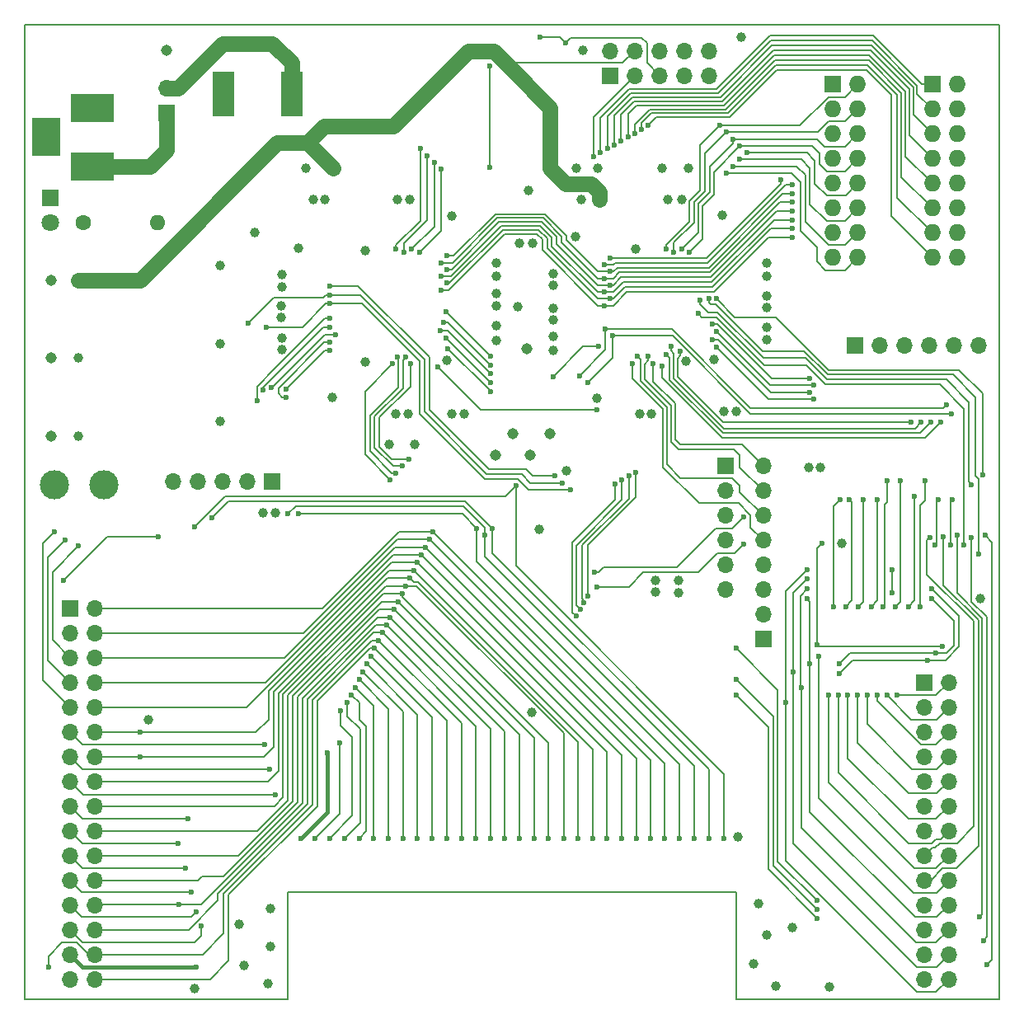
<source format=gbr>
G04 #@! TF.GenerationSoftware,KiCad,Pcbnew,5.1.6-c6e7f7d~86~ubuntu20.04.1*
G04 #@! TF.CreationDate,2020-05-17T16:05:01+03:00*
G04 #@! TF.ProjectId,GB-BENCH-G1,47422d42-454e-4434-982d-47312e6b6963,rev?*
G04 #@! TF.SameCoordinates,Original*
G04 #@! TF.FileFunction,Copper,L4,Bot*
G04 #@! TF.FilePolarity,Positive*
%FSLAX46Y46*%
G04 Gerber Fmt 4.6, Leading zero omitted, Abs format (unit mm)*
G04 Created by KiCad (PCBNEW 5.1.6-c6e7f7d~86~ubuntu20.04.1) date 2020-05-17 16:05:01*
%MOMM*%
%LPD*%
G01*
G04 APERTURE LIST*
G04 #@! TA.AperFunction,Profile*
%ADD10C,0.150000*%
G04 #@! TD*
G04 #@! TA.AperFunction,ComponentPad*
%ADD11C,3.000000*%
G04 #@! TD*
G04 #@! TA.AperFunction,ComponentPad*
%ADD12C,1.143000*%
G04 #@! TD*
G04 #@! TA.AperFunction,ComponentPad*
%ADD13R,1.727200X1.727200*%
G04 #@! TD*
G04 #@! TA.AperFunction,ComponentPad*
%ADD14O,1.727200X1.727200*%
G04 #@! TD*
G04 #@! TA.AperFunction,ComponentPad*
%ADD15R,1.800000X1.800000*%
G04 #@! TD*
G04 #@! TA.AperFunction,ComponentPad*
%ADD16C,1.800000*%
G04 #@! TD*
G04 #@! TA.AperFunction,ComponentPad*
%ADD17R,1.700000X1.700000*%
G04 #@! TD*
G04 #@! TA.AperFunction,ComponentPad*
%ADD18O,1.700000X1.700000*%
G04 #@! TD*
G04 #@! TA.AperFunction,ComponentPad*
%ADD19C,1.600000*%
G04 #@! TD*
G04 #@! TA.AperFunction,ComponentPad*
%ADD20O,1.600000X1.600000*%
G04 #@! TD*
G04 #@! TA.AperFunction,ComponentPad*
%ADD21R,2.300000X4.600000*%
G04 #@! TD*
G04 #@! TA.AperFunction,ComponentPad*
%ADD22R,3.000000X4.000000*%
G04 #@! TD*
G04 #@! TA.AperFunction,ComponentPad*
%ADD23R,4.500000X3.000000*%
G04 #@! TD*
G04 #@! TA.AperFunction,ViaPad*
%ADD24C,1.000000*%
G04 #@! TD*
G04 #@! TA.AperFunction,ViaPad*
%ADD25C,0.600000*%
G04 #@! TD*
G04 #@! TA.AperFunction,Conductor*
%ADD26C,1.600000*%
G04 #@! TD*
G04 #@! TA.AperFunction,Conductor*
%ADD27C,0.210000*%
G04 #@! TD*
G04 #@! TA.AperFunction,Conductor*
%ADD28C,0.400000*%
G04 #@! TD*
G04 APERTURE END LIST*
D10*
X77000000Y-139000000D02*
X77000000Y-150000000D01*
X123000000Y-139000000D02*
X77000000Y-139000000D01*
X123000000Y-150000000D02*
X123000000Y-139000000D01*
X123000000Y-150000000D02*
X150000000Y-150000000D01*
X50000000Y-150000000D02*
X77000000Y-150000000D01*
X150000000Y-50000000D02*
X150000000Y-150000000D01*
X50000000Y-50000000D02*
X50000000Y-150000000D01*
X50000000Y-50000000D02*
X150000000Y-50000000D01*
D11*
X58100000Y-97200000D03*
X53020000Y-97200000D03*
D12*
X101900000Y-94200000D03*
X52700000Y-92200000D03*
D13*
X132960000Y-56100000D03*
D14*
X135500000Y-56100000D03*
X132960000Y-58640000D03*
X135500000Y-58640000D03*
X132960000Y-61180000D03*
X135500000Y-61180000D03*
X132960000Y-63720000D03*
X135500000Y-63720000D03*
X132960000Y-66260000D03*
X135500000Y-66260000D03*
X132960000Y-68800000D03*
X135500000Y-68800000D03*
X132960000Y-71340000D03*
X135500000Y-71340000D03*
X132960000Y-73880000D03*
X135500000Y-73880000D03*
D15*
X52600000Y-67760000D03*
D16*
X52600000Y-70300000D03*
D13*
X143160000Y-56100000D03*
D14*
X145700000Y-56100000D03*
X143160000Y-58640000D03*
X145700000Y-58640000D03*
X143160000Y-61180000D03*
X145700000Y-61180000D03*
X143160000Y-63720000D03*
X145700000Y-63720000D03*
X143160000Y-66260000D03*
X145700000Y-66260000D03*
X143160000Y-68800000D03*
X145700000Y-68800000D03*
X143160000Y-71340000D03*
X145700000Y-71340000D03*
X143160000Y-73880000D03*
X145700000Y-73880000D03*
D17*
X142300000Y-117500000D03*
D18*
X144840000Y-117500000D03*
X142300000Y-120040000D03*
X144840000Y-120040000D03*
X142300000Y-122580000D03*
X144840000Y-122580000D03*
X142300000Y-125120000D03*
X144840000Y-125120000D03*
X142300000Y-127660000D03*
X144840000Y-127660000D03*
X142300000Y-130200000D03*
X144840000Y-130200000D03*
X142300000Y-132740000D03*
X144840000Y-132740000D03*
X142300000Y-135280000D03*
X144840000Y-135280000D03*
X142300000Y-137820000D03*
X144840000Y-137820000D03*
X142300000Y-140360000D03*
X144840000Y-140360000D03*
X142300000Y-142900000D03*
X144840000Y-142900000D03*
X142300000Y-145440000D03*
X144840000Y-145440000D03*
X142300000Y-147980000D03*
X144840000Y-147980000D03*
D17*
X125800000Y-113060000D03*
D18*
X125800000Y-110520000D03*
X125800000Y-107980000D03*
X125800000Y-105440000D03*
X125800000Y-102900000D03*
X125800000Y-100360000D03*
X125800000Y-97820000D03*
X125800000Y-95280000D03*
D17*
X135180000Y-82900000D03*
D18*
X137720000Y-82900000D03*
X140260000Y-82900000D03*
X142800000Y-82900000D03*
X145340000Y-82900000D03*
X147880000Y-82900000D03*
D17*
X54600000Y-109880000D03*
D18*
X57140000Y-109880000D03*
X54600000Y-112420000D03*
X57140000Y-112420000D03*
X54600000Y-114960000D03*
X57140000Y-114960000D03*
X54600000Y-117500000D03*
X57140000Y-117500000D03*
X54600000Y-120040000D03*
X57140000Y-120040000D03*
X54600000Y-122580000D03*
X57140000Y-122580000D03*
X54600000Y-125120000D03*
X57140000Y-125120000D03*
X54600000Y-127660000D03*
X57140000Y-127660000D03*
X54600000Y-130200000D03*
X57140000Y-130200000D03*
X54600000Y-132740000D03*
X57140000Y-132740000D03*
X54600000Y-135280000D03*
X57140000Y-135280000D03*
X54600000Y-137820000D03*
X57140000Y-137820000D03*
X54600000Y-140360000D03*
X57140000Y-140360000D03*
X54600000Y-142900000D03*
X57140000Y-142900000D03*
X54600000Y-145440000D03*
X57140000Y-145440000D03*
X54600000Y-147980000D03*
X57140000Y-147980000D03*
D17*
X121900000Y-95280000D03*
D18*
X121900000Y-97820000D03*
X121900000Y-100360000D03*
X121900000Y-102900000D03*
X121900000Y-105440000D03*
X121900000Y-107980000D03*
D17*
X75380000Y-96900000D03*
D18*
X72840000Y-96900000D03*
X70300000Y-96900000D03*
X67760000Y-96900000D03*
X65220000Y-96900000D03*
D17*
X64500000Y-59000000D03*
D18*
X64500000Y-56460000D03*
D19*
X56000000Y-70300000D03*
D20*
X63620000Y-70300000D03*
D12*
X64500000Y-52600000D03*
X52700000Y-76200000D03*
X52700000Y-84200000D03*
X103900000Y-92000000D03*
X100100000Y-92000000D03*
X98300000Y-94200000D03*
X101500000Y-83200000D03*
D17*
X110080000Y-55200000D03*
D18*
X110080000Y-52660000D03*
X112620000Y-55200000D03*
X112620000Y-52660000D03*
X115160000Y-55200000D03*
X115160000Y-52660000D03*
X117700000Y-55200000D03*
X117700000Y-52660000D03*
X120240000Y-55200000D03*
X120240000Y-52660000D03*
D21*
X70400000Y-57100000D03*
X77400000Y-57100000D03*
D22*
X52200000Y-61500000D03*
D23*
X56900000Y-58500000D03*
X56900000Y-64500000D03*
D24*
X73600000Y-71300000D03*
X101700000Y-67000000D03*
X88200000Y-67900000D03*
X123500000Y-51200000D03*
X87400000Y-93100000D03*
X102100029Y-72400000D03*
X104200000Y-76700000D03*
X114300017Y-89900000D03*
X126200000Y-75800000D03*
X126200000Y-81000000D03*
X115400000Y-64700000D03*
X88100000Y-89900000D03*
X116000000Y-67900000D03*
X76400000Y-76900000D03*
X76400000Y-82100000D03*
X104200000Y-82000000D03*
X98400000Y-75800000D03*
X98400000Y-80900000D03*
X55500000Y-84200000D03*
X107100000Y-67900000D03*
X106500000Y-71700000D03*
X130500000Y-95400000D03*
X148100000Y-108900000D03*
X120699992Y-84300000D03*
X117900000Y-84500000D03*
X117100000Y-108300000D03*
X114700000Y-108200000D03*
X72000000Y-142300000D03*
X74400000Y-100100000D03*
X62700000Y-121300000D03*
X74900000Y-148400000D03*
X75200000Y-140700000D03*
X75200000Y-144600000D03*
X125300000Y-140200000D03*
X126200000Y-143400000D03*
X128800000Y-142700000D03*
X124800000Y-146400000D03*
X127100000Y-148700000D03*
X72500000Y-146600000D03*
X123000000Y-89700000D03*
X108700000Y-88300000D03*
X81500000Y-88200000D03*
X102800000Y-101800000D03*
X102000000Y-120600000D03*
X106600000Y-64700000D03*
X126200000Y-79000003D03*
X90000000Y-93100000D03*
X100600000Y-78900000D03*
X98400000Y-78800000D03*
X104200000Y-79100000D03*
X100800004Y-72400000D03*
X104200000Y-75500000D03*
X84900000Y-84600000D03*
X78800000Y-64700000D03*
X79600000Y-67900000D03*
X76300000Y-78800000D03*
X107300000Y-52550000D03*
X121600000Y-69500000D03*
X84900000Y-73200000D03*
X93800000Y-69599994D03*
X113100014Y-89900000D03*
X126200000Y-74399984D03*
X126200000Y-82300000D03*
X118100000Y-64700000D03*
X89300003Y-89900000D03*
X117400003Y-67900000D03*
X93300000Y-84400000D03*
X78100000Y-72900000D03*
X76400000Y-75600000D03*
X76400000Y-83300000D03*
X104200000Y-83400000D03*
X98400000Y-74400000D03*
X98400000Y-82400000D03*
X89500000Y-67900000D03*
X112700000Y-73000000D03*
X70000000Y-74700000D03*
X70000000Y-82700000D03*
X70000000Y-90700000D03*
X95100000Y-89900000D03*
X109000000Y-67900000D03*
X121800000Y-89700000D03*
X108800000Y-64700000D03*
X99724002Y-54300000D03*
X126200000Y-77800000D03*
X93800000Y-89900000D03*
X98400000Y-77599997D03*
X104200000Y-80300000D03*
X80800003Y-67900000D03*
X81600000Y-64700000D03*
X76300000Y-80000003D03*
X55500000Y-76200000D03*
X132600000Y-148800000D03*
X133900000Y-103200000D03*
X131700003Y-95400000D03*
X123200000Y-133400000D03*
X117100000Y-107000000D03*
X114700000Y-107000000D03*
X105600000Y-95800000D03*
X67400000Y-148900000D03*
X75700000Y-100100000D03*
X55500000Y-92200000D03*
D25*
X143100000Y-108900000D03*
X139000000Y-108300000D03*
X139000000Y-105900000D03*
X131300000Y-140800000D03*
X123000000Y-117200000D03*
X143500000Y-114500000D03*
X133600000Y-115600000D03*
X131800000Y-103200000D03*
X131300000Y-139900000D03*
X144200000Y-113800000D03*
X131300000Y-113600000D03*
X123000000Y-114000000D03*
X143100000Y-107900000D03*
X131000000Y-87000000D03*
X131300000Y-141700000D03*
X123000000Y-118800000D03*
X142700004Y-115200000D03*
X133600000Y-116600000D03*
X121000000Y-81499994D03*
X77000000Y-100200000D03*
X54100000Y-102900000D03*
X118700000Y-133500000D03*
X97200000Y-102400000D03*
X53000000Y-102000008D03*
X78100000Y-100200000D03*
X117200000Y-133500000D03*
X96400000Y-101700000D03*
X55500000Y-103500006D03*
X69200000Y-100600000D03*
X120200000Y-133500000D03*
X98000000Y-101700000D03*
X97700010Y-64600000D03*
X97700000Y-54200000D03*
X102900000Y-51200000D03*
X105500000Y-51800000D03*
X102300000Y-133500000D03*
X88300000Y-109200000D03*
X67400000Y-101500000D03*
X121800000Y-133500000D03*
X100400000Y-97300000D03*
X92599992Y-81400000D03*
X97800000Y-85800000D03*
X115700000Y-133500000D03*
X91900000Y-102000000D03*
X114200000Y-133500000D03*
X91500000Y-102800000D03*
X112800000Y-133500000D03*
X91100000Y-103600000D03*
X111300000Y-133500000D03*
X90700000Y-104400000D03*
X89400000Y-94600000D03*
X109700000Y-133500000D03*
X90300000Y-105200000D03*
X89600000Y-84800000D03*
X61800000Y-122600000D03*
X88700000Y-95300000D03*
X108300000Y-133500000D03*
X89900000Y-106000000D03*
X89100000Y-84100000D03*
X61800000Y-125120000D03*
X88100000Y-96000000D03*
X106800000Y-133500000D03*
X89500000Y-106800000D03*
X88200010Y-84100000D03*
X87500000Y-96700000D03*
X105300000Y-133500000D03*
X89100000Y-107600000D03*
X87700000Y-84800000D03*
X103700000Y-133500000D03*
X88700000Y-108400000D03*
X100800000Y-133500000D03*
X87900000Y-110000000D03*
X99200000Y-133500000D03*
X87500000Y-110800000D03*
X65800000Y-140300000D03*
X97800000Y-133500000D03*
X87100000Y-111600000D03*
X96300000Y-133500000D03*
X86700000Y-112400000D03*
X52400002Y-146700000D03*
X53900000Y-107000000D03*
X63700000Y-102500000D03*
X94800000Y-133500000D03*
X86300000Y-113200000D03*
X85900000Y-114000000D03*
X93300000Y-133500000D03*
X74600000Y-123900000D03*
X91800000Y-133500000D03*
X85500000Y-114800000D03*
X75100000Y-126400000D03*
X90300000Y-133500000D03*
X85100000Y-115600000D03*
X75700000Y-129000000D03*
X88800000Y-133500000D03*
X84700000Y-116400000D03*
X66700000Y-131500000D03*
X87300000Y-133500000D03*
X84300000Y-117200000D03*
X76800000Y-87400000D03*
X81300000Y-83400000D03*
X65700000Y-134000000D03*
X85800000Y-133500000D03*
X83900000Y-118000000D03*
X76800000Y-88200000D03*
X81300000Y-82600000D03*
X66500000Y-136600000D03*
X84300000Y-133500000D03*
X83500000Y-118800000D03*
X75300000Y-87200000D03*
X81900000Y-81800000D03*
X67100000Y-139000000D03*
X82800000Y-133500000D03*
X83100000Y-119600000D03*
X74400000Y-87500000D03*
X81300000Y-81000000D03*
X67600000Y-141100000D03*
X82400000Y-120400000D03*
X81300000Y-133500000D03*
X73794999Y-88594999D03*
X81300000Y-80100000D03*
X68100000Y-142500002D03*
X82300000Y-123700000D03*
X79800000Y-133500000D03*
X93200012Y-79400000D03*
X97800000Y-84000000D03*
X67599994Y-146700000D03*
X81000000Y-124700000D03*
X78300000Y-133500000D03*
X143000000Y-90804999D03*
X115800002Y-83800000D03*
X144000000Y-90804999D03*
X115400000Y-85000000D03*
X148328795Y-96177781D03*
X148600000Y-102400000D03*
X148800000Y-146500000D03*
X121000000Y-78100000D03*
X147200000Y-97200000D03*
X147200000Y-102600010D03*
X148400000Y-144000000D03*
X119300000Y-78200000D03*
X148000000Y-141600000D03*
X145700000Y-102400000D03*
X144300000Y-102500000D03*
X142900000Y-102600000D03*
X147900000Y-104300000D03*
X120199998Y-78100000D03*
X146395000Y-103400000D03*
X119100000Y-79600000D03*
X145200000Y-98700000D03*
X145000000Y-103400000D03*
X143400000Y-103400000D03*
X143800000Y-98700000D03*
X139500000Y-118800000D03*
X142400000Y-96800000D03*
X141900000Y-109700000D03*
X130600000Y-86300000D03*
X120600000Y-80700000D03*
X138500000Y-118800000D03*
X141300000Y-98400000D03*
X140700000Y-109700000D03*
X130600000Y-87700000D03*
X137500000Y-118800000D03*
X120600000Y-82300000D03*
X139900010Y-96800000D03*
X139400000Y-109700000D03*
X136500000Y-118800000D03*
X138500000Y-96800000D03*
X138100000Y-109700000D03*
X135500000Y-118800000D03*
X136900000Y-109700000D03*
X137500000Y-98700000D03*
X134500000Y-118800000D03*
X136100000Y-98700000D03*
X135600000Y-109700000D03*
X133500000Y-118800000D03*
X109600000Y-81200000D03*
X144600000Y-89000000D03*
X106900000Y-86000000D03*
X110300000Y-81900000D03*
X145100000Y-89900000D03*
X107800000Y-86700000D03*
X123800000Y-100500000D03*
X108500000Y-106200000D03*
X114500000Y-84800000D03*
X123800000Y-103300000D03*
X108700000Y-107700000D03*
X113999978Y-84000000D03*
X112900004Y-84000000D03*
X112400000Y-84800000D03*
X107800000Y-108600000D03*
X112700000Y-95900000D03*
X107400000Y-109300000D03*
X112000000Y-96300000D03*
X107000000Y-110000000D03*
X111300000Y-96700000D03*
X106600000Y-110700000D03*
X110600000Y-97100000D03*
X133000000Y-109700000D03*
X133700000Y-98700000D03*
X131500000Y-114800000D03*
X130305000Y-108900000D03*
X131000000Y-88400000D03*
X121000000Y-83100000D03*
X130600000Y-115600000D03*
X130300000Y-106900000D03*
X128900000Y-116400000D03*
X130300000Y-107900000D03*
X129700000Y-118000000D03*
X130300000Y-105900000D03*
X128100000Y-119600000D03*
X134600000Y-98700000D03*
X134300000Y-109700000D03*
X132500000Y-118800000D03*
X142000000Y-90804999D03*
X116300000Y-83000000D03*
X141000000Y-90804999D03*
X117272200Y-83527800D03*
X104200000Y-86100000D03*
X108895000Y-83000000D03*
X74800000Y-81000000D03*
X106000000Y-97700000D03*
X81300000Y-78600000D03*
X72900000Y-80600000D03*
X105200000Y-97000000D03*
X81300000Y-77700000D03*
X81300000Y-76800000D03*
X104400000Y-96300000D03*
X93000000Y-80500000D03*
X97800000Y-84900000D03*
X93200000Y-82100000D03*
X97800000Y-86700000D03*
X97800000Y-87600000D03*
X93400000Y-83200006D03*
X121300000Y-60300000D03*
X115800000Y-73000000D03*
X128800000Y-70000000D03*
X109500000Y-77400000D03*
X92700000Y-75800000D03*
X122000000Y-61000000D03*
X116600000Y-73300000D03*
X128800000Y-69100000D03*
X110100000Y-76700000D03*
X93300000Y-75100000D03*
X122700000Y-61700000D03*
X117400000Y-72999984D03*
X128800000Y-68200000D03*
X109500000Y-76000000D03*
X92699982Y-74400000D03*
X123400000Y-62400000D03*
X118200000Y-73300000D03*
X128800000Y-67300000D03*
X110099992Y-75300000D03*
X93300000Y-73700014D03*
X124100000Y-63100000D03*
X109500000Y-74600006D03*
X128800000Y-66400000D03*
X123400000Y-63800000D03*
X128800000Y-70900000D03*
X110100000Y-78100000D03*
X93300000Y-76499996D03*
X122700000Y-64500000D03*
X128800000Y-71800000D03*
X109500000Y-78800006D03*
X92700000Y-77200012D03*
X122000000Y-65200000D03*
X109100000Y-63100000D03*
X109800000Y-62700000D03*
X110500000Y-62300000D03*
X111200000Y-61900000D03*
X111900000Y-61500000D03*
X92700000Y-64800000D03*
X90500000Y-73300000D03*
X112600000Y-61100000D03*
X92000000Y-64100000D03*
X89700000Y-73000000D03*
X113300000Y-60700000D03*
X91299992Y-63400000D03*
X88900000Y-73300000D03*
X114000000Y-60300000D03*
X90600000Y-62700000D03*
X88100000Y-73000000D03*
X108400000Y-63500000D03*
X108700000Y-89500000D03*
X92400000Y-85100000D03*
X110100000Y-73900000D03*
X127600000Y-65900000D03*
D26*
X105500000Y-66300000D02*
X108107106Y-66300000D01*
X108107106Y-66300000D02*
X109000000Y-67192894D01*
X109000000Y-67192894D02*
X109000000Y-67900000D01*
X99724002Y-54300000D02*
X103900000Y-58475998D01*
X103900000Y-58475998D02*
X103900000Y-64700000D01*
X103900000Y-64700000D02*
X105500000Y-66300000D01*
X87794990Y-60405010D02*
X95500000Y-52700000D01*
X79000000Y-62100000D02*
X80694990Y-60405010D01*
X80694990Y-60405010D02*
X87794990Y-60405010D01*
X55500000Y-76200000D02*
X61800000Y-76200000D01*
X61800000Y-76200000D02*
X75900000Y-62100000D01*
X75900000Y-62100000D02*
X79000000Y-62100000D01*
X79000000Y-62100000D02*
X81600000Y-64700000D01*
X95500000Y-52700000D02*
X98124002Y-52700000D01*
X98124002Y-52700000D02*
X99724002Y-54300000D01*
D27*
X112620000Y-52660000D02*
X111380000Y-53900000D01*
X111380000Y-53900000D02*
X100100000Y-53900000D01*
X100100000Y-53900000D02*
X99700000Y-54300000D01*
X99700000Y-54300000D02*
X99724002Y-54300000D01*
X143100000Y-108900000D02*
X145400000Y-111200000D01*
X145400000Y-111200000D02*
X145400000Y-113700000D01*
X145400000Y-113700000D02*
X144600000Y-114500000D01*
X144600000Y-114500000D02*
X143500000Y-114500000D01*
X139000000Y-105900000D02*
X139000000Y-108300000D01*
X123000000Y-117200000D02*
X126800000Y-121000000D01*
X126800000Y-121000000D02*
X126800000Y-136300000D01*
X126800000Y-136300000D02*
X131300000Y-140800000D01*
X133600000Y-115600000D02*
X134700000Y-114500000D01*
X134700000Y-114500000D02*
X143500000Y-114500000D01*
X131300000Y-113600000D02*
X131300000Y-103700000D01*
X131300000Y-103700000D02*
X131800000Y-103200000D01*
X123000000Y-114000000D02*
X127300000Y-118300000D01*
X127300000Y-118300000D02*
X127300000Y-135900000D01*
X127300000Y-135900000D02*
X131300000Y-139900000D01*
X131300000Y-113600000D02*
X131500000Y-113800000D01*
X131500000Y-113800000D02*
X144200000Y-113800000D01*
X145900000Y-110700000D02*
X143100000Y-107900000D01*
X145900000Y-113800000D02*
X145900000Y-110700000D01*
X144500000Y-115200000D02*
X145900000Y-113800000D01*
X142700004Y-115200000D02*
X144500000Y-115200000D01*
X126500006Y-87000000D02*
X131000000Y-87000000D01*
X121000000Y-81499994D02*
X126500006Y-87000000D01*
X123000000Y-118800000D02*
X126300000Y-122100000D01*
X126300000Y-122100000D02*
X126300000Y-136700000D01*
X126300000Y-136700000D02*
X131300000Y-141700000D01*
X135000000Y-115200000D02*
X142700004Y-115200000D01*
X133600000Y-116600000D02*
X135000000Y-115200000D01*
X77800000Y-99400000D02*
X77000000Y-100200000D01*
X52300000Y-115200000D02*
X52300000Y-104700000D01*
X54100000Y-102900000D02*
X52300000Y-104700000D01*
X97200000Y-102400000D02*
X97200000Y-101604598D01*
X97200000Y-101604598D02*
X94995402Y-99400000D01*
X94995402Y-99400000D02*
X77800000Y-99400000D01*
X54600000Y-117500000D02*
X52300000Y-115200000D01*
X97200000Y-102400000D02*
X97200000Y-104600000D01*
X97200000Y-104600000D02*
X118700000Y-126100000D01*
X118700000Y-126100000D02*
X118700000Y-133500000D01*
X51800000Y-103200008D02*
X53000000Y-102000008D01*
X51800000Y-117240000D02*
X51800000Y-103200008D01*
X94900000Y-100200000D02*
X78100000Y-100200000D01*
X96400000Y-101700000D02*
X94900000Y-100200000D01*
X54600000Y-120040000D02*
X51800000Y-117240000D01*
X96400000Y-101700000D02*
X96400000Y-105100000D01*
X117200000Y-125900000D02*
X117200000Y-133500000D01*
X96400000Y-105100000D02*
X117200000Y-125900000D01*
X52800000Y-106200006D02*
X52800000Y-113160000D01*
X55500000Y-103500006D02*
X52800000Y-106200006D01*
X52800000Y-113160000D02*
X54600000Y-114960000D01*
X98000000Y-101700000D02*
X95200000Y-98900000D01*
X95200000Y-98900000D02*
X70900000Y-98900000D01*
X70900000Y-98900000D02*
X69200000Y-100600000D01*
X98000000Y-101700000D02*
X98000000Y-104200000D01*
X98000000Y-104200000D02*
X120200000Y-126400000D01*
X120200000Y-126400000D02*
X120200000Y-133500000D01*
X97700000Y-64599990D02*
X97700010Y-64600000D01*
X97700000Y-54200000D02*
X97700000Y-64599990D01*
X102900000Y-51200000D02*
X104900000Y-51200000D01*
X104900000Y-51200000D02*
X105500000Y-51800000D01*
X115160000Y-55200000D02*
X113860000Y-53900000D01*
X113860000Y-53900000D02*
X113860000Y-51860000D01*
X113300000Y-51300000D02*
X106000000Y-51300000D01*
X113860000Y-51860000D02*
X113300000Y-51300000D01*
X106000000Y-51300000D02*
X105500000Y-51800000D01*
X57140000Y-132740000D02*
X73860000Y-132740000D01*
X73860000Y-132740000D02*
X77000000Y-129600000D01*
X77000000Y-129600000D02*
X77000000Y-118800000D01*
X77000000Y-118800000D02*
X86600000Y-109200000D01*
X86600000Y-109200000D02*
X88300000Y-109200000D01*
X88300000Y-109200000D02*
X102300000Y-123200000D01*
X102300000Y-123200000D02*
X102300000Y-133500000D01*
X70500000Y-98400000D02*
X67400000Y-101500000D01*
X99300000Y-98400000D02*
X70500000Y-98400000D01*
X100400000Y-97300000D02*
X99300000Y-98400000D01*
X100400000Y-97300000D02*
X100400000Y-105500000D01*
X100400000Y-105500000D02*
X121800000Y-126900000D01*
X121800000Y-126900000D02*
X121800000Y-133500000D01*
X97800000Y-85800000D02*
X93400000Y-81400000D01*
X93400000Y-81400000D02*
X92599992Y-81400000D01*
X91900000Y-102000000D02*
X88400000Y-102000000D01*
X88400000Y-102000000D02*
X80520000Y-109880000D01*
X80520000Y-109880000D02*
X57140000Y-109880000D01*
X91900000Y-102000000D02*
X115700000Y-125800000D01*
X115700000Y-125800000D02*
X115700000Y-133500000D01*
X91500000Y-102800000D02*
X88200000Y-102800000D01*
X88200000Y-102800000D02*
X78580000Y-112420000D01*
X78580000Y-112420000D02*
X57140000Y-112420000D01*
X91500000Y-102800000D02*
X114200000Y-125500000D01*
X114200000Y-125500000D02*
X114200000Y-133500000D01*
X91100000Y-103600000D02*
X88000000Y-103600000D01*
X88000000Y-103600000D02*
X76640000Y-114960000D01*
X76640000Y-114960000D02*
X57140000Y-114960000D01*
X91100000Y-103600000D02*
X112800000Y-125300000D01*
X112800000Y-125300000D02*
X112800000Y-133500000D01*
X90700000Y-104400000D02*
X87800000Y-104400000D01*
X87800000Y-104400000D02*
X74700000Y-117500000D01*
X74700000Y-117500000D02*
X57140000Y-117500000D01*
X90700000Y-104400000D02*
X111300000Y-125000000D01*
X111300000Y-125000000D02*
X111300000Y-133500000D01*
X90300000Y-105200000D02*
X87600000Y-105200000D01*
X72760000Y-120040000D02*
X57140000Y-120040000D01*
X87600000Y-105200000D02*
X72760000Y-120040000D01*
X90300000Y-105200000D02*
X109700000Y-124600000D01*
X109700000Y-124600000D02*
X109700000Y-133500000D01*
X87675736Y-94600000D02*
X89400000Y-94600000D01*
X86400000Y-93324264D02*
X87675736Y-94600000D01*
X89600000Y-87100000D02*
X86400000Y-90300000D01*
X86400000Y-90300000D02*
X86400000Y-93324264D01*
X89600000Y-84800000D02*
X89600000Y-87100000D01*
X73700000Y-122600000D02*
X61800000Y-122600000D01*
X61800000Y-122600000D02*
X57160000Y-122600000D01*
X89900000Y-106000000D02*
X87400000Y-106000000D01*
X87400000Y-106000000D02*
X75000000Y-118400000D01*
X75000000Y-118400000D02*
X75000000Y-121300000D01*
X75000000Y-121300000D02*
X73700000Y-122600000D01*
X57160000Y-122600000D02*
X57140000Y-122580000D01*
X89900000Y-106000000D02*
X108300000Y-124400000D01*
X108300000Y-124400000D02*
X108300000Y-133500000D01*
X85900000Y-93424264D02*
X87775736Y-95300000D01*
X87775736Y-95300000D02*
X88700000Y-95300000D01*
X85900000Y-90200000D02*
X85900000Y-93424264D01*
X88800001Y-87299999D02*
X85900000Y-90200000D01*
X88800001Y-84399999D02*
X88800001Y-87299999D01*
X89100000Y-84100000D02*
X88800001Y-84399999D01*
X74480000Y-125120000D02*
X61800000Y-125120000D01*
X61800000Y-125120000D02*
X57140000Y-125120000D01*
X89500000Y-106800000D02*
X87200000Y-106800000D01*
X87200000Y-106800000D02*
X75500000Y-118500000D01*
X75500000Y-118500000D02*
X75500000Y-124100000D01*
X75500000Y-124100000D02*
X74480000Y-125120000D01*
X89500000Y-106800000D02*
X89889990Y-107189990D01*
X89889990Y-107189990D02*
X90361233Y-107189990D01*
X106800000Y-123628757D02*
X106800000Y-133500000D01*
X90361233Y-107189990D02*
X106800000Y-123628757D01*
X85400000Y-93724264D02*
X87675736Y-96000000D01*
X87675736Y-96000000D02*
X88100000Y-96000000D01*
X88305001Y-84204991D02*
X88305001Y-87194999D01*
X88200010Y-84100000D02*
X88305001Y-84204991D01*
X85400000Y-90100000D02*
X85400000Y-93724264D01*
X88305001Y-87194999D02*
X85400000Y-90100000D01*
X89100000Y-107600000D02*
X87020159Y-107600000D01*
X87020159Y-107600000D02*
X76000000Y-118620159D01*
X76000000Y-118620159D02*
X76000000Y-126600000D01*
X76000000Y-126600000D02*
X74940000Y-127660000D01*
X74940000Y-127660000D02*
X57140000Y-127660000D01*
X89100000Y-107600000D02*
X90191402Y-107600000D01*
X90191402Y-107600000D02*
X105300000Y-122708598D01*
X105300000Y-122708598D02*
X105300000Y-133500000D01*
X84900000Y-94100000D02*
X87500000Y-96700000D01*
X84900000Y-87600000D02*
X84900000Y-94100000D01*
X87700000Y-84800000D02*
X84900000Y-87600000D01*
X88700000Y-108400000D02*
X86800000Y-108400000D01*
X86800000Y-108400000D02*
X76500000Y-118700000D01*
X75600000Y-130200000D02*
X57140000Y-130200000D01*
X76500000Y-118700000D02*
X76500000Y-129300000D01*
X76500000Y-129300000D02*
X75600000Y-130200000D01*
X88700000Y-108700000D02*
X103700000Y-123700000D01*
X103700000Y-123700000D02*
X103700000Y-133500000D01*
X88700000Y-108400000D02*
X88700000Y-108700000D01*
X87900000Y-110000000D02*
X86400000Y-110000000D01*
X86400000Y-110000000D02*
X77500000Y-118900000D01*
X71920000Y-135280000D02*
X57140000Y-135280000D01*
X77500000Y-118900000D02*
X77500000Y-129700000D01*
X77500000Y-129700000D02*
X71920000Y-135280000D01*
X87900000Y-110000000D02*
X100800000Y-122900000D01*
X100800000Y-122900000D02*
X100800000Y-133500000D01*
X57140000Y-134960000D02*
X57140000Y-135280000D01*
X87500000Y-110800000D02*
X86200000Y-110800000D01*
X70400000Y-137400000D02*
X68200000Y-137400000D01*
X86200000Y-110800000D02*
X78000000Y-119000000D01*
X78000000Y-119000000D02*
X78000000Y-129800000D01*
X67780000Y-137820000D02*
X57140000Y-137820000D01*
X78000000Y-129800000D02*
X70400000Y-137400000D01*
X68200000Y-137400000D02*
X67780000Y-137820000D01*
X87500000Y-110800000D02*
X99200000Y-122500000D01*
X99200000Y-122500000D02*
X99200000Y-133500000D01*
X57140000Y-140360000D02*
X57200000Y-140300000D01*
X57200000Y-140300000D02*
X65800000Y-140300000D01*
X78500000Y-129900000D02*
X68100000Y-140300000D01*
X68100000Y-140300000D02*
X65800000Y-140300000D01*
X78500000Y-119100000D02*
X78500000Y-129900000D01*
X86000000Y-111600000D02*
X78500000Y-119100000D01*
X87100000Y-111600000D02*
X86000000Y-111600000D01*
X87100000Y-111600000D02*
X97800000Y-122300000D01*
X97800000Y-122300000D02*
X97800000Y-133500000D01*
X86700000Y-112400000D02*
X85800000Y-112400000D01*
X85800000Y-112400000D02*
X79000000Y-119200000D01*
X79000000Y-130000000D02*
X69800000Y-139200000D01*
X79000000Y-119200000D02*
X79000000Y-130000000D01*
X69800000Y-139200000D02*
X69800000Y-139900000D01*
X69800000Y-139900000D02*
X66800000Y-142900000D01*
X66800000Y-142900000D02*
X57140000Y-142900000D01*
X86700000Y-112400000D02*
X96300000Y-122000000D01*
X96300000Y-122000000D02*
X96300000Y-133500000D01*
X57140000Y-145440000D02*
X56560160Y-145440000D01*
X56560160Y-145440000D02*
X55320160Y-144200000D01*
X55320160Y-144200000D02*
X53800000Y-144200000D01*
X53800000Y-144200000D02*
X52400002Y-145599998D01*
X52400002Y-145599998D02*
X52400002Y-146700000D01*
X58400000Y-102500000D02*
X53900000Y-107000000D01*
X63700000Y-102500000D02*
X58400000Y-102500000D01*
X86300000Y-113200000D02*
X85600000Y-113200000D01*
X85600000Y-113200000D02*
X79500000Y-119300000D01*
X79500000Y-119300000D02*
X79500000Y-130100000D01*
X79500000Y-130100000D02*
X70400000Y-139200000D01*
X68260000Y-145440000D02*
X57140000Y-145440000D01*
X70400000Y-139200000D02*
X70400000Y-143300000D01*
X70400000Y-143300000D02*
X68260000Y-145440000D01*
X94800000Y-121700000D02*
X94800000Y-133500000D01*
X86300000Y-113200000D02*
X94800000Y-121700000D01*
X85900000Y-114000000D02*
X85400000Y-114000000D01*
X85400000Y-114000000D02*
X80000000Y-119400000D01*
X80000000Y-119400000D02*
X80000000Y-130200000D01*
X69020000Y-147980000D02*
X57140000Y-147980000D01*
X80000000Y-130200000D02*
X70900000Y-139300000D01*
X70900000Y-139300000D02*
X70900000Y-146100000D01*
X70900000Y-146100000D02*
X69020000Y-147980000D01*
X85900000Y-114000000D02*
X93300000Y-121400000D01*
X93300000Y-121400000D02*
X93300000Y-133500000D01*
X74600000Y-123900000D02*
X55920000Y-123900000D01*
X55920000Y-123900000D02*
X54600000Y-122580000D01*
X91800000Y-121100000D02*
X91800000Y-133500000D01*
X85500000Y-114800000D02*
X91800000Y-121100000D01*
X55880000Y-126400000D02*
X75100000Y-126400000D01*
X54600000Y-125120000D02*
X55880000Y-126400000D01*
X85100000Y-115600000D02*
X90300000Y-120800000D01*
X90300000Y-120800000D02*
X90300000Y-133500000D01*
X55940000Y-129000000D02*
X75700000Y-129000000D01*
X54600000Y-127660000D02*
X55940000Y-129000000D01*
X88800000Y-120500000D02*
X88800000Y-133500000D01*
X84700000Y-116400000D02*
X88800000Y-120500000D01*
X66700000Y-131500000D02*
X55900000Y-131500000D01*
X55900000Y-131500000D02*
X54600000Y-130200000D01*
X87300000Y-120200000D02*
X87300000Y-133500000D01*
X84300000Y-117200000D02*
X87300000Y-120200000D01*
X80800000Y-83400000D02*
X76800000Y-87400000D01*
X81300000Y-83400000D02*
X80800000Y-83400000D01*
X55860000Y-134000000D02*
X65700000Y-134000000D01*
X54600000Y-132740000D02*
X55860000Y-134000000D01*
X85800000Y-119900000D02*
X85800000Y-133500000D01*
X83900000Y-118000000D02*
X85800000Y-119900000D01*
X81300000Y-82600000D02*
X80700000Y-82600000D01*
X80700000Y-82600000D02*
X76000000Y-87300000D01*
X76000000Y-87300000D02*
X76000000Y-87824264D01*
X76000000Y-87824264D02*
X76375736Y-88200000D01*
X76375736Y-88200000D02*
X76800000Y-88200000D01*
X83500000Y-118800000D02*
X84300000Y-119600000D01*
X84300000Y-121300000D02*
X85000000Y-122000000D01*
X84300000Y-119600000D02*
X84300000Y-121300000D01*
X85000000Y-122000000D02*
X85000000Y-132800000D01*
X85000000Y-132800000D02*
X84300000Y-133500000D01*
X66500000Y-136600000D02*
X55920000Y-136600000D01*
X55920000Y-136600000D02*
X54600000Y-135280000D01*
X81900000Y-81800000D02*
X80800000Y-81800000D01*
X80800000Y-81800000D02*
X75400000Y-87200000D01*
X75400000Y-87200000D02*
X75300000Y-87200000D01*
X55780000Y-139000000D02*
X67100000Y-139000000D01*
X54600000Y-137820000D02*
X55780000Y-139000000D01*
X83100000Y-119600000D02*
X83099999Y-121000007D01*
X83099999Y-121000007D02*
X84400000Y-122300008D01*
X84400000Y-122300008D02*
X84400000Y-131900000D01*
X84400000Y-131900000D02*
X82800000Y-133500000D01*
X80575736Y-81000000D02*
X80575736Y-81028862D01*
X80575736Y-81028862D02*
X74400000Y-87204598D01*
X74400000Y-87204598D02*
X74400000Y-87500000D01*
X81300000Y-81000000D02*
X80575736Y-81000000D01*
X67100001Y-141599999D02*
X67600000Y-141100000D01*
X55839999Y-141599999D02*
X67100001Y-141599999D01*
X54600000Y-140360000D02*
X55839999Y-141599999D01*
X82400000Y-120400000D02*
X82400000Y-121900000D01*
X82400000Y-121900000D02*
X83600000Y-123100000D01*
X83600000Y-123100000D02*
X83600000Y-131200000D01*
X83600000Y-131200000D02*
X81300000Y-133500000D01*
X81300000Y-80100000D02*
X80791402Y-80100000D01*
X80791402Y-80100000D02*
X75626326Y-85265076D01*
X75626326Y-85265076D02*
X75626326Y-85273674D01*
X75626326Y-85273674D02*
X73794999Y-87105001D01*
X73794999Y-87105001D02*
X73794999Y-88594999D01*
X54600000Y-142900000D02*
X55900000Y-144200000D01*
X55900000Y-144200000D02*
X67400000Y-144200000D01*
X67400000Y-144200000D02*
X68100000Y-143500000D01*
X68100000Y-143500000D02*
X68100000Y-142500002D01*
X79800000Y-133500000D02*
X82300000Y-131000000D01*
X82300000Y-131000000D02*
X82300000Y-123700000D01*
X93200012Y-79400012D02*
X93200012Y-79400000D01*
X97800000Y-84000000D02*
X93200012Y-79400012D01*
D28*
X55860000Y-146700000D02*
X67599994Y-146700000D01*
X54600000Y-145440000D02*
X55860000Y-146700000D01*
X81000000Y-130800000D02*
X81000000Y-124700000D01*
X78300000Y-133500000D02*
X81000000Y-130800000D01*
D27*
X115800002Y-83800000D02*
X116179980Y-84179978D01*
X116179980Y-84179978D02*
X116179980Y-86431063D01*
X116179980Y-86431063D02*
X121648917Y-91900000D01*
X121648917Y-91900000D02*
X141904999Y-91900000D01*
X141904999Y-91900000D02*
X143000000Y-90804999D01*
X115400000Y-85000000D02*
X115400000Y-86230924D01*
X115400000Y-86230924D02*
X121569076Y-92400000D01*
X142404999Y-92400000D02*
X144000000Y-90804999D01*
X121569076Y-92400000D02*
X142404999Y-92400000D01*
X145900000Y-85400000D02*
X148328795Y-87828795D01*
X148328795Y-87828795D02*
X148328795Y-96177781D01*
X127100000Y-80000000D02*
X132500000Y-85400000D01*
X132500000Y-85400000D02*
X145900000Y-85400000D01*
X121000000Y-78100000D02*
X122900000Y-80000000D01*
X122900000Y-80000000D02*
X127100000Y-80000000D01*
X149300000Y-103100000D02*
X148600000Y-102400000D01*
X149300000Y-146000000D02*
X149300000Y-103100000D01*
X148800000Y-146500000D02*
X149300000Y-146000000D01*
X146900001Y-96900001D02*
X147200000Y-97200000D01*
X146900001Y-88700001D02*
X146900001Y-96900001D01*
X144600000Y-86400000D02*
X146900001Y-88700001D01*
X132300000Y-86400000D02*
X144600000Y-86400000D01*
X130100000Y-84200000D02*
X132300000Y-86400000D01*
X120175736Y-79500000D02*
X121100000Y-79500000D01*
X119300000Y-78200000D02*
X119300000Y-78624264D01*
X125800000Y-84200000D02*
X130100000Y-84200000D01*
X119300000Y-78624264D02*
X120175736Y-79500000D01*
X121100000Y-79500000D02*
X125800000Y-84200000D01*
X147200000Y-109191402D02*
X147200000Y-102600010D01*
X148800000Y-110791402D02*
X147200000Y-109191402D01*
X148800000Y-143600000D02*
X148800000Y-110791402D01*
X148400000Y-144000000D02*
X148800000Y-143600000D01*
X148000000Y-141600000D02*
X148300000Y-141300000D01*
X148300000Y-141300000D02*
X148300000Y-110900000D01*
X148300000Y-110900000D02*
X145700000Y-108300000D01*
X145700000Y-108300000D02*
X145700000Y-102400000D01*
X144300000Y-107500000D02*
X144300000Y-102500000D01*
X147889990Y-111089990D02*
X144300000Y-107500000D01*
X147889990Y-134310010D02*
X147889990Y-111089990D01*
X145600000Y-136600000D02*
X147889990Y-134310010D01*
X144200000Y-136600000D02*
X145600000Y-136600000D01*
X142980000Y-137820000D02*
X144200000Y-136600000D01*
X142300000Y-137820000D02*
X142980000Y-137820000D01*
X142300000Y-135280000D02*
X143149999Y-134430001D01*
X143149999Y-134430001D02*
X143469999Y-134430001D01*
X143469999Y-134430001D02*
X143900000Y-134000000D01*
X147400000Y-111200000D02*
X142600000Y-106400000D01*
X143900000Y-134000000D02*
X145700000Y-134000000D01*
X145700000Y-134000000D02*
X147400000Y-132300000D01*
X147400000Y-132300000D02*
X147400000Y-111200000D01*
X142600000Y-106400000D02*
X142600000Y-102900000D01*
X142600000Y-102900000D02*
X142900000Y-102600000D01*
X120199998Y-78100000D02*
X120199998Y-78524264D01*
X132420159Y-85900000D02*
X145300000Y-85900000D01*
X120199998Y-78524264D02*
X120380735Y-78705001D01*
X120380735Y-78705001D02*
X120905001Y-78705001D01*
X132300000Y-85800000D02*
X132320159Y-85800000D01*
X120905001Y-78705001D02*
X125700000Y-83500000D01*
X125700000Y-83500000D02*
X130000000Y-83500000D01*
X130000000Y-83500000D02*
X132300000Y-85800000D01*
X132320159Y-85800000D02*
X132420159Y-85900000D01*
X145300000Y-85900000D02*
X147600000Y-88200000D01*
X147600000Y-88200000D02*
X147600000Y-96304598D01*
X147600000Y-96304598D02*
X147900000Y-96604598D01*
X147900000Y-96604598D02*
X147900000Y-104300000D01*
X119100000Y-79600000D02*
X119500000Y-80000000D01*
X143900000Y-86900000D02*
X146395000Y-89395000D01*
X119500000Y-80000000D02*
X121000000Y-80000000D01*
X121000000Y-80000000D02*
X125900000Y-84900000D01*
X125900000Y-84900000D02*
X130200000Y-84900000D01*
X130200000Y-84900000D02*
X132200000Y-86900000D01*
X132200000Y-86900000D02*
X143900000Y-86900000D01*
X146395000Y-89395000D02*
X146395000Y-103400000D01*
X145000000Y-103400000D02*
X145000000Y-98900000D01*
X145000000Y-98900000D02*
X145200000Y-98700000D01*
X143800000Y-98700000D02*
X143600000Y-98900000D01*
X143600000Y-98900000D02*
X143600000Y-103200000D01*
X143600000Y-103200000D02*
X143400000Y-103400000D01*
X143540000Y-118800000D02*
X139500000Y-118800000D01*
X144840000Y-117500000D02*
X143540000Y-118800000D01*
X141900000Y-109700000D02*
X141900000Y-99290000D01*
X142400000Y-98790000D02*
X142400000Y-96800000D01*
X141900000Y-99290000D02*
X142400000Y-98790000D01*
X126700000Y-86300000D02*
X130600000Y-86300000D01*
X120600000Y-80700000D02*
X121100000Y-80700000D01*
X121100000Y-80700000D02*
X126700000Y-86300000D01*
X141000000Y-121300000D02*
X138500000Y-118800000D01*
X144840000Y-120040000D02*
X143580000Y-121300000D01*
X143580000Y-121300000D02*
X141000000Y-121300000D01*
X141300000Y-109100000D02*
X141300000Y-98400000D01*
X140700000Y-109700000D02*
X141300000Y-109100000D01*
X126600000Y-87700000D02*
X130600000Y-87700000D01*
X120600000Y-82300000D02*
X121200000Y-82300000D01*
X121200000Y-82300000D02*
X126600000Y-87700000D01*
X137500000Y-119424264D02*
X137500000Y-118800000D01*
X141975736Y-123900000D02*
X137500000Y-119424264D01*
X144840000Y-122580000D02*
X143520000Y-123900000D01*
X143520000Y-123900000D02*
X141975736Y-123900000D01*
X139900010Y-109199990D02*
X139900010Y-96800000D01*
X139400000Y-109700000D02*
X139900010Y-109199990D01*
X136500000Y-121800000D02*
X136500000Y-118800000D01*
X143560000Y-126400000D02*
X141100000Y-126400000D01*
X144840000Y-125120000D02*
X143560000Y-126400000D01*
X141100000Y-126400000D02*
X136500000Y-121800000D01*
X138500000Y-96800000D02*
X138500000Y-99005000D01*
X138500000Y-99005000D02*
X138300000Y-99205000D01*
X138300000Y-99205000D02*
X138300000Y-109500000D01*
X138300000Y-109500000D02*
X138100000Y-109700000D01*
X135500000Y-123700000D02*
X135500000Y-118800000D01*
X144840000Y-127660000D02*
X143600000Y-128900000D01*
X143600000Y-128900000D02*
X140700000Y-128900000D01*
X140700000Y-128900000D02*
X135500000Y-123700000D01*
X137500000Y-98700000D02*
X137500000Y-109100000D01*
X137500000Y-109100000D02*
X136900000Y-109700000D01*
X134500000Y-125300000D02*
X134500000Y-118800000D01*
X140700000Y-131500000D02*
X134500000Y-125300000D01*
X144840000Y-130200000D02*
X143540000Y-131500000D01*
X143540000Y-131500000D02*
X140700000Y-131500000D01*
X135600000Y-109700000D02*
X136100000Y-109200000D01*
X136100000Y-109200000D02*
X136100000Y-98700000D01*
X143990001Y-133589999D02*
X143510001Y-133589999D01*
X140720159Y-134000000D02*
X133500000Y-126779841D01*
X143100000Y-134000000D02*
X140720159Y-134000000D01*
X144840000Y-132740000D02*
X143990001Y-133589999D01*
X143510001Y-133589999D02*
X143100000Y-134000000D01*
X133500000Y-126779841D02*
X133500000Y-118800000D01*
X109600000Y-83300000D02*
X109600000Y-81200000D01*
X106900000Y-86000000D02*
X109600000Y-83300000D01*
X116408590Y-81200000D02*
X109600000Y-81200000D01*
X124508589Y-89299999D02*
X116408590Y-81200000D01*
X144300001Y-89299999D02*
X124508589Y-89299999D01*
X144600000Y-89000000D02*
X144300001Y-89299999D01*
X145100000Y-89900000D02*
X124500000Y-89900000D01*
X124500000Y-89900000D02*
X116500000Y-81900000D01*
X116500000Y-81900000D02*
X110300000Y-81900000D01*
X107800000Y-86700000D02*
X110300000Y-84200000D01*
X110300000Y-84200000D02*
X110300000Y-81900000D01*
X114500000Y-84800000D02*
X114500000Y-86600000D01*
X114500000Y-86600000D02*
X116730030Y-88830030D01*
X116730030Y-88830030D02*
X116730030Y-92530030D01*
X116730030Y-92530030D02*
X117300000Y-93100000D01*
X117300000Y-93100000D02*
X123620000Y-93100000D01*
X123620000Y-93100000D02*
X125800000Y-95280000D01*
X108500000Y-106200000D02*
X108924264Y-106200000D01*
X108924264Y-106200000D02*
X109424264Y-105700000D01*
X109424264Y-105700000D02*
X116900000Y-105700000D01*
X116900000Y-105700000D02*
X120900000Y-101700000D01*
X120900000Y-101700000D02*
X122600000Y-101700000D01*
X122600000Y-101700000D02*
X123800000Y-100500000D01*
X113999978Y-84000000D02*
X113999978Y-84424264D01*
X113999978Y-84424264D02*
X113610013Y-84814229D01*
X116320020Y-92820020D02*
X117100000Y-93600000D01*
X122800000Y-93600000D02*
X123400000Y-94200000D01*
X113610013Y-84814229D02*
X113610013Y-86350332D01*
X113610013Y-86350332D02*
X116320020Y-89060338D01*
X116320020Y-89060338D02*
X116320020Y-92820020D01*
X117100000Y-93600000D02*
X122800000Y-93600000D01*
X123400000Y-94200000D02*
X123400000Y-95420000D01*
X123400000Y-95420000D02*
X125800000Y-97820000D01*
X108700000Y-107700000D02*
X111989998Y-107700000D01*
X111989998Y-107700000D02*
X113494999Y-106194999D01*
X113494999Y-106194999D02*
X118794999Y-106194999D01*
X118794999Y-106194999D02*
X118800000Y-106200000D01*
X118800000Y-106200000D02*
X119100000Y-106200000D01*
X119100000Y-106200000D02*
X121100000Y-104200000D01*
X121100000Y-104200000D02*
X122900000Y-104200000D01*
X122900000Y-104200000D02*
X123800000Y-103300000D01*
X112900004Y-84000000D02*
X113200003Y-84299999D01*
X113200003Y-86520163D02*
X115910010Y-89230169D01*
X113200003Y-84299999D02*
X113200003Y-86520163D01*
X115910010Y-89230169D02*
X115910010Y-95110010D01*
X122600000Y-96500000D02*
X123400000Y-97300000D01*
X115910010Y-95110010D02*
X117300000Y-96500000D01*
X117300000Y-96500000D02*
X122600000Y-96500000D01*
X123400000Y-97300000D02*
X123400000Y-97960000D01*
X123400000Y-97960000D02*
X125800000Y-100360000D01*
X112400000Y-84800000D02*
X112400000Y-86300000D01*
X112400000Y-86300000D02*
X115500000Y-89400000D01*
X115500000Y-89400000D02*
X115500000Y-95400000D01*
X124500000Y-100304598D02*
X124500000Y-101600000D01*
X115500000Y-95400000D02*
X119200000Y-99100000D01*
X119200000Y-99100000D02*
X123295402Y-99100000D01*
X123295402Y-99100000D02*
X124500000Y-100304598D01*
X124500000Y-101600000D02*
X125800000Y-102900000D01*
X107800000Y-103400000D02*
X112700000Y-98500000D01*
X112700000Y-98500000D02*
X112700000Y-95900000D01*
X107800000Y-108600000D02*
X107800000Y-103400000D01*
X112000000Y-96300000D02*
X112000000Y-98620160D01*
X112000000Y-98620160D02*
X107194999Y-103425160D01*
X107194999Y-103425160D02*
X107194999Y-108890401D01*
X107300000Y-108995402D02*
X107300000Y-109200000D01*
X107194999Y-108890401D02*
X107300000Y-108995402D01*
X107300000Y-109200000D02*
X107400000Y-109300000D01*
X106600000Y-103440319D02*
X106600000Y-109600000D01*
X106600000Y-109600000D02*
X107000000Y-110000000D01*
X111300000Y-96700000D02*
X111300000Y-98740319D01*
X111300000Y-98740319D02*
X106600000Y-103440319D01*
X110600000Y-97100000D02*
X110600000Y-98700000D01*
X110600000Y-98700000D02*
X106189990Y-103110010D01*
X106189990Y-103110010D02*
X106189990Y-110289990D01*
X106189990Y-110289990D02*
X106600000Y-110700000D01*
X133700000Y-98700000D02*
X133000000Y-99400000D01*
X133000000Y-99400000D02*
X133000000Y-109700000D01*
X131500000Y-129400000D02*
X131500000Y-114800000D01*
X141200000Y-139100000D02*
X131500000Y-129400000D01*
X143560000Y-139100000D02*
X141200000Y-139100000D01*
X144840000Y-137820000D02*
X143560000Y-139100000D01*
X130600000Y-115600000D02*
X130600000Y-109195000D01*
X130600000Y-109195000D02*
X130305000Y-108900000D01*
X126300000Y-88400000D02*
X131000000Y-88400000D01*
X121000000Y-83100000D02*
X126300000Y-88400000D01*
X130600000Y-130800000D02*
X130600000Y-115600000D01*
X141400000Y-141600000D02*
X130600000Y-130800000D01*
X143600000Y-141600000D02*
X141400000Y-141600000D01*
X144840000Y-140360000D02*
X143600000Y-141600000D01*
X128900000Y-108300000D02*
X130300000Y-106900000D01*
X128900000Y-108300000D02*
X128900000Y-116400000D01*
X128900000Y-134000000D02*
X128900000Y-116400000D01*
X141600000Y-146700000D02*
X128900000Y-134000000D01*
X143580000Y-146700000D02*
X141600000Y-146700000D01*
X144840000Y-145440000D02*
X143580000Y-146700000D01*
X129700000Y-118000000D02*
X129600000Y-117900000D01*
X129600000Y-117900000D02*
X129600000Y-108600000D01*
X129600000Y-108600000D02*
X130300000Y-107900000D01*
X129700000Y-132400000D02*
X129700000Y-118000000D01*
X141500000Y-144200000D02*
X129700000Y-132400000D01*
X143540000Y-144200000D02*
X141500000Y-144200000D01*
X144840000Y-142900000D02*
X143540000Y-144200000D01*
X128100000Y-119600000D02*
X128100000Y-108100000D01*
X128100000Y-108100000D02*
X130300000Y-105900000D01*
X128100000Y-135800000D02*
X128100000Y-119600000D01*
X141600000Y-149300000D02*
X128100000Y-135800000D01*
X143520000Y-149300000D02*
X141600000Y-149300000D01*
X144840000Y-147980000D02*
X143520000Y-149300000D01*
X134300000Y-109700000D02*
X134899999Y-109100001D01*
X134899999Y-98999999D02*
X134600000Y-98700000D01*
X134899999Y-109100001D02*
X134899999Y-98999999D01*
X132500000Y-127800000D02*
X132500000Y-118800000D01*
X141300000Y-136600000D02*
X132500000Y-127800000D01*
X144840000Y-135280000D02*
X143520000Y-136600000D01*
X143520000Y-136600000D02*
X141300000Y-136600000D01*
X116589990Y-86261232D02*
X121738758Y-91410000D01*
X121738758Y-91410000D02*
X141394999Y-91410000D01*
X141394999Y-91410000D02*
X142000000Y-90804999D01*
X116300000Y-83000000D02*
X116300000Y-83424264D01*
X116300000Y-83424264D02*
X116589990Y-83714254D01*
X116589990Y-83714254D02*
X116589990Y-86261232D01*
X117000000Y-84224264D02*
X117000000Y-86091402D01*
X117000000Y-86091402D02*
X121713597Y-90804999D01*
X121713597Y-90804999D02*
X141000000Y-90804999D01*
X117272200Y-83527800D02*
X117272200Y-83952064D01*
X117272200Y-83952064D02*
X117000000Y-84224264D01*
X107300000Y-83000000D02*
X104200000Y-86100000D01*
X108895000Y-83000000D02*
X107300000Y-83000000D01*
X78475736Y-81000000D02*
X74800000Y-81000000D01*
X106000000Y-97700000D02*
X101695402Y-97700000D01*
X101695402Y-97700000D02*
X100595402Y-96600000D01*
X100595402Y-96600000D02*
X97200000Y-96600000D01*
X97200000Y-96600000D02*
X95200000Y-94600000D01*
X95200000Y-94600000D02*
X95191405Y-94600000D01*
X95191405Y-94600000D02*
X90500000Y-89908595D01*
X90500000Y-89908595D02*
X90500000Y-84500000D01*
X90500000Y-84500000D02*
X84600000Y-78600000D01*
X81300000Y-78600000D02*
X84600000Y-78600000D01*
X81300000Y-78600000D02*
X80875736Y-78600000D01*
X80875736Y-78600000D02*
X78475736Y-81000000D01*
X75505001Y-77994999D02*
X72900000Y-80600000D01*
X80580737Y-77994999D02*
X75505001Y-77994999D01*
X80875736Y-77700000D02*
X80580737Y-77994999D01*
X81300000Y-77700000D02*
X80875736Y-77700000D01*
X105200000Y-97000000D02*
X101900000Y-97000000D01*
X101900000Y-97000000D02*
X101000000Y-96100000D01*
X101000000Y-96100000D02*
X97400000Y-96100000D01*
X91000000Y-89700000D02*
X91000000Y-84300000D01*
X97400000Y-96100000D02*
X91000000Y-89700000D01*
X91000000Y-84300000D02*
X84400000Y-77700000D01*
X84400000Y-77700000D02*
X81300000Y-77700000D01*
X104400000Y-96300000D02*
X102100000Y-96300000D01*
X102100000Y-96300000D02*
X101400000Y-95600000D01*
X101400000Y-95600000D02*
X97600000Y-95600000D01*
X97600000Y-95600000D02*
X91500000Y-89500000D01*
X91500000Y-84100000D02*
X84200000Y-76800000D01*
X91500000Y-89500000D02*
X91500000Y-84100000D01*
X84200000Y-76800000D02*
X81300000Y-76800000D01*
X93400000Y-80500000D02*
X93000000Y-80500000D01*
X97800000Y-84900000D02*
X93400000Y-80500000D01*
X97800000Y-86700000D02*
X93200000Y-82100000D01*
X97600000Y-87400006D02*
X97600006Y-87400006D01*
X97600006Y-87400006D02*
X97800000Y-87600000D01*
X93400000Y-83200006D02*
X97600000Y-87400006D01*
D26*
X62800000Y-64500000D02*
X64500000Y-62800000D01*
X64500000Y-62800000D02*
X64500000Y-59000000D01*
X57000000Y-64500000D02*
X62800000Y-64500000D01*
D27*
X121300000Y-60300000D02*
X129570470Y-60300000D01*
X134200000Y-57400000D02*
X135500000Y-56100000D01*
X129570470Y-60300000D02*
X132470470Y-57400000D01*
X132470470Y-57400000D02*
X134200000Y-57400000D01*
X118200000Y-68100000D02*
X119300000Y-67000000D01*
X119300000Y-67000000D02*
X119300000Y-62300000D01*
X119300000Y-62300000D02*
X121300000Y-60300000D01*
X115800000Y-73000000D02*
X115800000Y-72575736D01*
X115800000Y-72575736D02*
X118200000Y-70175736D01*
X118200000Y-70175736D02*
X118200000Y-68100000D01*
X92700000Y-75800000D02*
X93700000Y-75800000D01*
X93700000Y-75800000D02*
X98869967Y-70630033D01*
X104100000Y-71840319D02*
X104100000Y-72700000D01*
X98869967Y-70630033D02*
X102889714Y-70630033D01*
X102889714Y-70630033D02*
X104100000Y-71840319D01*
X104100000Y-72700000D02*
X108800000Y-77400000D01*
X108800000Y-77400000D02*
X109500000Y-77400000D01*
X128800000Y-70000000D02*
X126900000Y-70000000D01*
X126900000Y-70000000D02*
X120500000Y-76400000D01*
X120500000Y-76400000D02*
X111400000Y-76400000D01*
X111400000Y-76400000D02*
X110400000Y-77400000D01*
X110400000Y-77400000D02*
X109500000Y-77400000D01*
X122000000Y-61000000D02*
X131410470Y-61000000D01*
X134240000Y-59900000D02*
X135500000Y-58640000D01*
X131410470Y-61000000D02*
X132510470Y-59900000D01*
X132510470Y-59900000D02*
X134240000Y-59900000D01*
X116600000Y-73300000D02*
X116600000Y-72355576D01*
X116600000Y-72355576D02*
X118700000Y-70255576D01*
X118700000Y-68179840D02*
X119800000Y-67079840D01*
X118700000Y-70255576D02*
X118700000Y-68179840D01*
X119800000Y-67079840D02*
X119800000Y-63200000D01*
X119800000Y-63200000D02*
X122000000Y-61000000D01*
X93300000Y-75100000D02*
X93800000Y-75100000D01*
X93800000Y-75100000D02*
X98679978Y-70220022D01*
X98679978Y-70220022D02*
X103059545Y-70220023D01*
X103059545Y-70220023D02*
X104600000Y-71760478D01*
X104600000Y-71760478D02*
X104600000Y-72500000D01*
X104600000Y-72500000D02*
X108800000Y-76700000D01*
X108800000Y-76700000D02*
X110100000Y-76700000D01*
X128800000Y-69100000D02*
X127200000Y-69100000D01*
X127200000Y-69100000D02*
X120400000Y-75900000D01*
X111200000Y-75900000D02*
X110400000Y-76700000D01*
X110400000Y-76700000D02*
X110100000Y-76700000D01*
X120400000Y-75900000D02*
X111200000Y-75900000D01*
X122700000Y-61700000D02*
X131300000Y-61700000D01*
X131300000Y-61700000D02*
X132100000Y-62500000D01*
X132100000Y-62500000D02*
X134180000Y-62500000D01*
X134180000Y-62500000D02*
X135500000Y-61180000D01*
X117400000Y-72999984D02*
X119110010Y-71289974D01*
X119110010Y-71289974D02*
X119110010Y-68349670D01*
X119110010Y-68349670D02*
X120300000Y-67159680D01*
X120300000Y-67159680D02*
X120300000Y-64524264D01*
X120300000Y-64524264D02*
X122700000Y-62124264D01*
X122700000Y-62124264D02*
X122700000Y-61700000D01*
X92699982Y-74400000D02*
X93900000Y-74400000D01*
X105100000Y-71680638D02*
X105100000Y-72300000D01*
X93900000Y-74400000D02*
X98489989Y-69810011D01*
X98489989Y-69810011D02*
X98489992Y-69810014D01*
X98489992Y-69810014D02*
X103229377Y-69810015D01*
X103229377Y-69810015D02*
X105100000Y-71680638D01*
X105100000Y-72300000D02*
X108800000Y-76000000D01*
X108800000Y-76000000D02*
X109500000Y-76000000D01*
X128800000Y-68200000D02*
X127500000Y-68200000D01*
X127500000Y-68200000D02*
X120300000Y-75400000D01*
X120300000Y-75400000D02*
X111000000Y-75400000D01*
X111000000Y-75400000D02*
X110400000Y-76000000D01*
X110400000Y-76000000D02*
X109500000Y-76000000D01*
X135500000Y-63720000D02*
X134220000Y-65000000D01*
X134220000Y-65000000D02*
X132300000Y-65000000D01*
X132300000Y-65000000D02*
X131600000Y-64300000D01*
X131600000Y-64300000D02*
X131600000Y-63200000D01*
X131600000Y-63200000D02*
X130800000Y-62400000D01*
X130800000Y-62400000D02*
X123400000Y-62400000D01*
X118200000Y-73300000D02*
X119520020Y-71979980D01*
X119520020Y-71979980D02*
X119520020Y-68579980D01*
X120710008Y-67389992D02*
X120710008Y-65089992D01*
X119520020Y-68579980D02*
X120710008Y-67389992D01*
X120710008Y-65089992D02*
X123400000Y-62400000D01*
X93300000Y-73700014D02*
X93300014Y-73700000D01*
X93300014Y-73700000D02*
X94000000Y-73700000D01*
X94000000Y-73700000D02*
X98300000Y-69400000D01*
X98300000Y-69400000D02*
X103399203Y-69400000D01*
X103399203Y-69400000D02*
X105600000Y-71600797D01*
X105600000Y-71600797D02*
X105600000Y-72100000D01*
X105600000Y-72100000D02*
X108800000Y-75300000D01*
X108800000Y-75300000D02*
X110099992Y-75300000D01*
X128800000Y-67300000D02*
X127800000Y-67300000D01*
X127800000Y-67300000D02*
X120200000Y-74900000D01*
X120200000Y-74900000D02*
X110800000Y-74900000D01*
X110800000Y-74900000D02*
X110400000Y-75300000D01*
X110400000Y-75300000D02*
X110099992Y-75300000D01*
X135500000Y-66260000D02*
X134260000Y-67500000D01*
X130300000Y-63100000D02*
X124100000Y-63100000D01*
X134260000Y-67500000D02*
X132300000Y-67500000D01*
X132300000Y-67500000D02*
X131100000Y-66300000D01*
X131100000Y-66300000D02*
X131100000Y-63900000D01*
X131100000Y-63900000D02*
X130300000Y-63100000D01*
X109500000Y-74600006D02*
X109500006Y-74600000D01*
X109500006Y-74600000D02*
X110400000Y-74600000D01*
X110400000Y-74600000D02*
X110600000Y-74400000D01*
X110600000Y-74400000D02*
X120100000Y-74400000D01*
X120100000Y-74400000D02*
X128100000Y-66400000D01*
X128100000Y-66400000D02*
X128800000Y-66400000D01*
X135500000Y-68800000D02*
X134200000Y-70100000D01*
X134200000Y-70100000D02*
X132300000Y-70100000D01*
X132300000Y-70100000D02*
X130600000Y-68400000D01*
X130600000Y-68400000D02*
X130600000Y-64700000D01*
X130600000Y-64700000D02*
X129700000Y-63800000D01*
X129700000Y-63800000D02*
X123400000Y-63800000D01*
X93300000Y-76499996D02*
X93300004Y-76500000D01*
X93300004Y-76500000D02*
X93600000Y-76500000D01*
X103600000Y-72900000D02*
X108800000Y-78100000D01*
X93600000Y-76500000D02*
X99059956Y-71040044D01*
X99059956Y-71040044D02*
X102719886Y-71040045D01*
X102719886Y-71040045D02*
X103600000Y-71920159D01*
X103600000Y-71920159D02*
X103600000Y-72900000D01*
X108800000Y-78100000D02*
X110100000Y-78100000D01*
X128800000Y-70900000D02*
X126600000Y-70900000D01*
X126600000Y-70900000D02*
X120600000Y-76900000D01*
X120600000Y-76900000D02*
X111600000Y-76900000D01*
X111600000Y-76900000D02*
X110400000Y-78100000D01*
X110400000Y-78100000D02*
X110100000Y-78100000D01*
X135500000Y-71340000D02*
X134240000Y-72600000D01*
X129200000Y-64500000D02*
X122700000Y-64500000D01*
X134240000Y-72600000D02*
X132490470Y-72600000D01*
X132490470Y-72600000D02*
X130100000Y-70209530D01*
X130100000Y-70209530D02*
X130100000Y-65400000D01*
X130100000Y-65400000D02*
X129200000Y-64500000D01*
X92700000Y-77200012D02*
X93495386Y-77200012D01*
X93495386Y-77200012D02*
X99245343Y-71450055D01*
X99245343Y-71450055D02*
X102550055Y-71450055D01*
X102550055Y-71450055D02*
X103100000Y-72000000D01*
X103100000Y-73100000D02*
X108800006Y-78800006D01*
X103100000Y-72000000D02*
X103100000Y-73100000D01*
X108800006Y-78800006D02*
X109500000Y-78800006D01*
X128800000Y-71800000D02*
X126300000Y-71800000D01*
X126300000Y-71800000D02*
X120700000Y-77400000D01*
X120700000Y-77400000D02*
X111800000Y-77400000D01*
X111800000Y-77400000D02*
X110399994Y-78800006D01*
X110399994Y-78800006D02*
X109500000Y-78800006D01*
X135500000Y-73880000D02*
X134180000Y-75200000D01*
X134180000Y-75200000D02*
X132200000Y-75200000D01*
X129600000Y-66100000D02*
X128700000Y-65200000D01*
X132200000Y-75200000D02*
X131300000Y-74300000D01*
X131300000Y-74300000D02*
X131300000Y-72827672D01*
X129600000Y-71127672D02*
X129600000Y-66100000D01*
X131300000Y-72827672D02*
X129600000Y-71127672D01*
X128700000Y-65200000D02*
X122000000Y-65200000D01*
X109100000Y-59500000D02*
X109100000Y-63100000D01*
X112000001Y-56599999D02*
X109100000Y-59500000D01*
X126500000Y-51100000D02*
X121000001Y-56599999D01*
X142086400Y-56100000D02*
X137086400Y-51100000D01*
X143160000Y-56100000D02*
X142086400Y-56100000D01*
X121000001Y-56599999D02*
X112000001Y-56599999D01*
X137086400Y-51100000D02*
X126500000Y-51100000D01*
X109800000Y-59400000D02*
X109800000Y-62700000D01*
X112189990Y-57010010D02*
X109800000Y-59400000D01*
X137006560Y-51600000D02*
X126600000Y-51600000D01*
X141610010Y-56203450D02*
X137006560Y-51600000D01*
X141610010Y-57090010D02*
X141610010Y-56203450D01*
X143160000Y-58640000D02*
X141610010Y-57090010D01*
X121189990Y-57010010D02*
X112189990Y-57010010D01*
X126600000Y-51600000D02*
X121189990Y-57010010D01*
X110500000Y-59300000D02*
X110500000Y-62300000D01*
X121379980Y-57420020D02*
X112379980Y-57420020D01*
X112379980Y-57420020D02*
X110500000Y-59300000D01*
X121379980Y-57420020D02*
X126700000Y-52100000D01*
X126700000Y-52100000D02*
X136900000Y-52100000D01*
X136900000Y-52100000D02*
X141200000Y-56400000D01*
X141200000Y-56400000D02*
X141200000Y-59220000D01*
X141200000Y-59220000D02*
X143160000Y-61180000D01*
X111200000Y-59200000D02*
X111200000Y-61900000D01*
X121569970Y-57830030D02*
X112569970Y-57830030D01*
X112569970Y-57830030D02*
X111200000Y-59200000D01*
X121569970Y-57830030D02*
X126800000Y-52600000D01*
X126800000Y-52600000D02*
X136800000Y-52600000D01*
X136800000Y-52600000D02*
X140789990Y-56589990D01*
X140789990Y-56589990D02*
X140789990Y-61349990D01*
X140789990Y-61349990D02*
X143160000Y-63720000D01*
X111900000Y-59100000D02*
X111900000Y-61500000D01*
X121759960Y-58240040D02*
X112759960Y-58240040D01*
X136700000Y-53100000D02*
X126900000Y-53100000D01*
X140379980Y-56779980D02*
X136700000Y-53100000D01*
X140379980Y-63479980D02*
X140379980Y-56779980D01*
X143160000Y-66260000D02*
X140379980Y-63479980D01*
X112759960Y-58240040D02*
X111900000Y-59100000D01*
X126900000Y-53100000D02*
X121759960Y-58240040D01*
X92700000Y-71100000D02*
X92700000Y-64800000D01*
X90500000Y-73300000D02*
X92700000Y-71100000D01*
X112600000Y-60175736D02*
X112600000Y-61100000D01*
X114125686Y-58650050D02*
X112600000Y-60175736D01*
X136620160Y-53600000D02*
X127000000Y-53600000D01*
X139969970Y-56949810D02*
X136620160Y-53600000D01*
X139969970Y-65609970D02*
X139969970Y-56949810D01*
X143160000Y-68800000D02*
X139969970Y-65609970D01*
X127000000Y-53600000D02*
X121949950Y-58650050D01*
X121949950Y-58650050D02*
X114125686Y-58650050D01*
X92000000Y-70700000D02*
X92000000Y-64100000D01*
X89700000Y-73000000D02*
X92000000Y-70700000D01*
X143160000Y-71340000D02*
X139559960Y-67739960D01*
X113300000Y-60075736D02*
X113300000Y-60700000D01*
X127100000Y-54100000D02*
X122139940Y-59060060D01*
X122139940Y-59060060D02*
X114315676Y-59060060D01*
X139559960Y-67739960D02*
X139559960Y-57159960D01*
X114315676Y-59060060D02*
X113300000Y-60075736D01*
X139559960Y-57159960D02*
X136500000Y-54100000D01*
X136500000Y-54100000D02*
X127100000Y-54100000D01*
X91299992Y-70035425D02*
X91299992Y-63400000D01*
X88900000Y-72435417D02*
X91299992Y-70035425D01*
X88900000Y-73300000D02*
X88900000Y-72435417D01*
X114829930Y-59470070D02*
X114000000Y-60300000D01*
X122329930Y-59470070D02*
X114829930Y-59470070D01*
X88100000Y-72575736D02*
X90600000Y-70075736D01*
X88100000Y-73000000D02*
X88100000Y-72575736D01*
X90600000Y-70075736D02*
X90600000Y-62700000D01*
X122329930Y-59470070D02*
X127200000Y-54600000D01*
X136400000Y-54600000D02*
X138900000Y-57100000D01*
X127200000Y-54600000D02*
X136400000Y-54600000D01*
X138900000Y-57100000D02*
X138920160Y-57100000D01*
X138920160Y-57100000D02*
X138920160Y-69640160D01*
X138920160Y-69640160D02*
X143160000Y-73880000D01*
X108400000Y-59420000D02*
X108400000Y-63500000D01*
X112620000Y-55200000D02*
X108400000Y-59420000D01*
X96800000Y-89500000D02*
X108700000Y-89500000D01*
X92400000Y-85100000D02*
X96800000Y-89500000D01*
D26*
X64500000Y-56460000D02*
X65702081Y-56460000D01*
X65702081Y-56460000D02*
X70262081Y-51900000D01*
X75400000Y-51900000D02*
X77400000Y-53900000D01*
X70262081Y-51900000D02*
X75400000Y-51900000D01*
X77400000Y-53900000D02*
X77400000Y-57100000D01*
D27*
X110524264Y-73900000D02*
X110529265Y-73905001D01*
X127600000Y-66300000D02*
X127600000Y-65900000D01*
X110529265Y-73905001D02*
X119994999Y-73905001D01*
X110100000Y-73900000D02*
X110524264Y-73900000D01*
X119994999Y-73905001D02*
X127600000Y-66300000D01*
M02*

</source>
